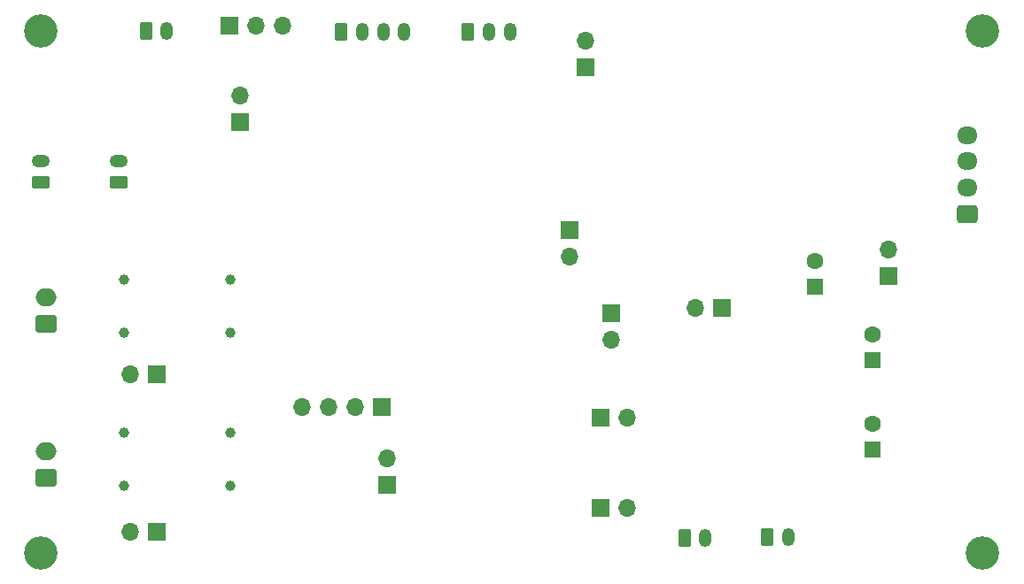
<source format=gbr>
%TF.GenerationSoftware,KiCad,Pcbnew,7.0.8*%
%TF.CreationDate,2024-11-14T21:46:59-08:00*%
%TF.ProjectId,CS8416-PCB5122,43533834-3136-42d5-9043-42353132322e,rev?*%
%TF.SameCoordinates,Original*%
%TF.FileFunction,Soldermask,Bot*%
%TF.FilePolarity,Negative*%
%FSLAX46Y46*%
G04 Gerber Fmt 4.6, Leading zero omitted, Abs format (unit mm)*
G04 Created by KiCad (PCBNEW 7.0.8) date 2024-11-14 21:46:59*
%MOMM*%
%LPD*%
G01*
G04 APERTURE LIST*
G04 Aperture macros list*
%AMRoundRect*
0 Rectangle with rounded corners*
0 $1 Rounding radius*
0 $2 $3 $4 $5 $6 $7 $8 $9 X,Y pos of 4 corners*
0 Add a 4 corners polygon primitive as box body*
4,1,4,$2,$3,$4,$5,$6,$7,$8,$9,$2,$3,0*
0 Add four circle primitives for the rounded corners*
1,1,$1+$1,$2,$3*
1,1,$1+$1,$4,$5*
1,1,$1+$1,$6,$7*
1,1,$1+$1,$8,$9*
0 Add four rect primitives between the rounded corners*
20,1,$1+$1,$2,$3,$4,$5,0*
20,1,$1+$1,$4,$5,$6,$7,0*
20,1,$1+$1,$6,$7,$8,$9,0*
20,1,$1+$1,$8,$9,$2,$3,0*%
G04 Aperture macros list end*
%ADD10O,1.700000X1.700000*%
%ADD11R,1.700000X1.700000*%
%ADD12C,1.000000*%
%ADD13R,1.600000X1.600000*%
%ADD14C,1.600000*%
%ADD15RoundRect,0.250000X0.725000X-0.600000X0.725000X0.600000X-0.725000X0.600000X-0.725000X-0.600000X0*%
%ADD16O,1.950000X1.700000*%
%ADD17O,1.200000X1.750000*%
%ADD18RoundRect,0.250000X-0.350000X-0.625000X0.350000X-0.625000X0.350000X0.625000X-0.350000X0.625000X0*%
%ADD19RoundRect,0.250000X0.750000X-0.600000X0.750000X0.600000X-0.750000X0.600000X-0.750000X-0.600000X0*%
%ADD20O,2.000000X1.700000*%
%ADD21C,3.200000*%
%ADD22O,1.750000X1.200000*%
%ADD23RoundRect,0.250000X0.625000X-0.350000X0.625000X0.350000X-0.625000X0.350000X-0.625000X-0.350000X0*%
G04 APERTURE END LIST*
D10*
%TO.C,J11*%
X107513748Y-114215000D03*
D11*
X107513748Y-116755000D03*
%TD*%
D12*
%TO.C,T2*%
X63433748Y-151715000D03*
X63433748Y-156795000D03*
X73593748Y-156795000D03*
X73593748Y-151715000D03*
%TD*%
D11*
%TO.C,J14*%
X88093748Y-149255000D03*
D10*
X85553748Y-149255000D03*
X83013748Y-149255000D03*
X80473748Y-149255000D03*
%TD*%
D11*
%TO.C,J13*%
X110013748Y-140255000D03*
D10*
X110013748Y-142795000D03*
%TD*%
%TO.C,J4*%
X78568748Y-112755000D03*
X76028748Y-112755000D03*
D11*
X73488748Y-112755000D03*
%TD*%
D13*
%TO.C,C14*%
X135013748Y-153337379D03*
D14*
X135013748Y-150837379D03*
%TD*%
D15*
%TO.C,J6*%
X144013748Y-130755000D03*
D16*
X144013748Y-128255000D03*
X144013748Y-125755000D03*
X144013748Y-123255000D03*
%TD*%
D12*
%TO.C,T1*%
X63458748Y-137065000D03*
X63458748Y-142145000D03*
X73618748Y-142145000D03*
X73618748Y-137065000D03*
%TD*%
D17*
%TO.C,J1*%
X90213748Y-113355000D03*
X88213748Y-113355000D03*
X86213748Y-113355000D03*
D18*
X84213748Y-113355000D03*
%TD*%
D10*
%TO.C,J3*%
X74513748Y-119455000D03*
D11*
X74513748Y-121995000D03*
%TD*%
D19*
%TO.C,J16*%
X56013748Y-141255000D03*
D20*
X56013748Y-138755000D03*
%TD*%
D21*
%TO.C,H2*%
X145513748Y-113255000D03*
%TD*%
D10*
%TO.C,J8*%
X136513748Y-134215000D03*
D11*
X136513748Y-136755000D03*
%TD*%
D10*
%TO.C,J17*%
X88576248Y-154165000D03*
D11*
X88576248Y-156705000D03*
%TD*%
D10*
%TO.C,J18*%
X111553748Y-158880000D03*
D11*
X109013748Y-158880000D03*
%TD*%
D22*
%TO.C,J7*%
X55463748Y-125755000D03*
D23*
X55463748Y-127755000D03*
%TD*%
D10*
%TO.C,J15*%
X111553748Y-150255000D03*
D11*
X109013748Y-150255000D03*
%TD*%
D10*
%TO.C,J12*%
X105988748Y-134870000D03*
D11*
X105988748Y-132330000D03*
%TD*%
%TO.C,J9*%
X120553748Y-139755000D03*
D10*
X118013748Y-139755000D03*
%TD*%
D13*
%TO.C,C8*%
X135013748Y-144796189D03*
D14*
X135013748Y-142296189D03*
%TD*%
D19*
%TO.C,J20*%
X55988748Y-156005000D03*
D20*
X55988748Y-153505000D03*
%TD*%
D18*
%TO.C,J22*%
X124913748Y-161705000D03*
D17*
X126913748Y-161705000D03*
%TD*%
D18*
%TO.C,J10*%
X65513748Y-113255000D03*
D17*
X67513748Y-113255000D03*
%TD*%
D13*
%TO.C,C1*%
X129513748Y-137755000D03*
D14*
X129513748Y-135255000D03*
%TD*%
D21*
%TO.C,H1*%
X55513748Y-113255000D03*
%TD*%
D11*
%TO.C,J23*%
X66540000Y-161160000D03*
D10*
X64000000Y-161160000D03*
%TD*%
D11*
%TO.C,J19*%
X66565000Y-146105000D03*
D10*
X64025000Y-146105000D03*
%TD*%
D17*
%TO.C,J2*%
X100313748Y-113355000D03*
X98313748Y-113355000D03*
D18*
X96313748Y-113355000D03*
%TD*%
D22*
%TO.C,J5*%
X62963748Y-125755000D03*
D23*
X62963748Y-127755000D03*
%TD*%
D18*
%TO.C,J21*%
X117013748Y-161755000D03*
D17*
X119013748Y-161755000D03*
%TD*%
D21*
%TO.C,H4*%
X145513748Y-163255000D03*
%TD*%
%TO.C,H3*%
X55513748Y-163255000D03*
%TD*%
M02*

</source>
